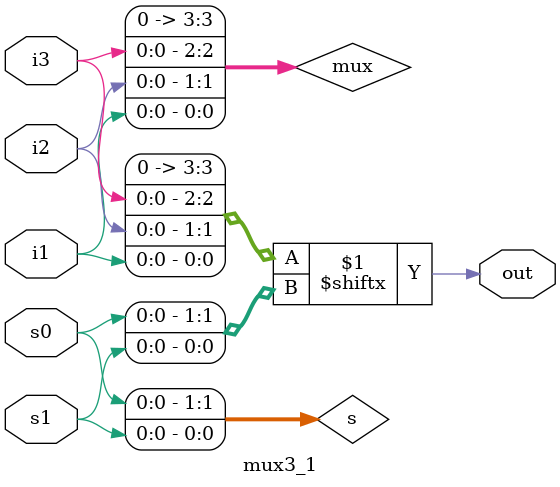
<source format=v>
module mux3_1(input i1,i2,i3,s0,s1, output out);
  wire [1:0] s={s0,s1};
  wire [3:0] mux = {2'b0,i3,i2,i1};
  assign out = mux[s];
endmodule

</source>
